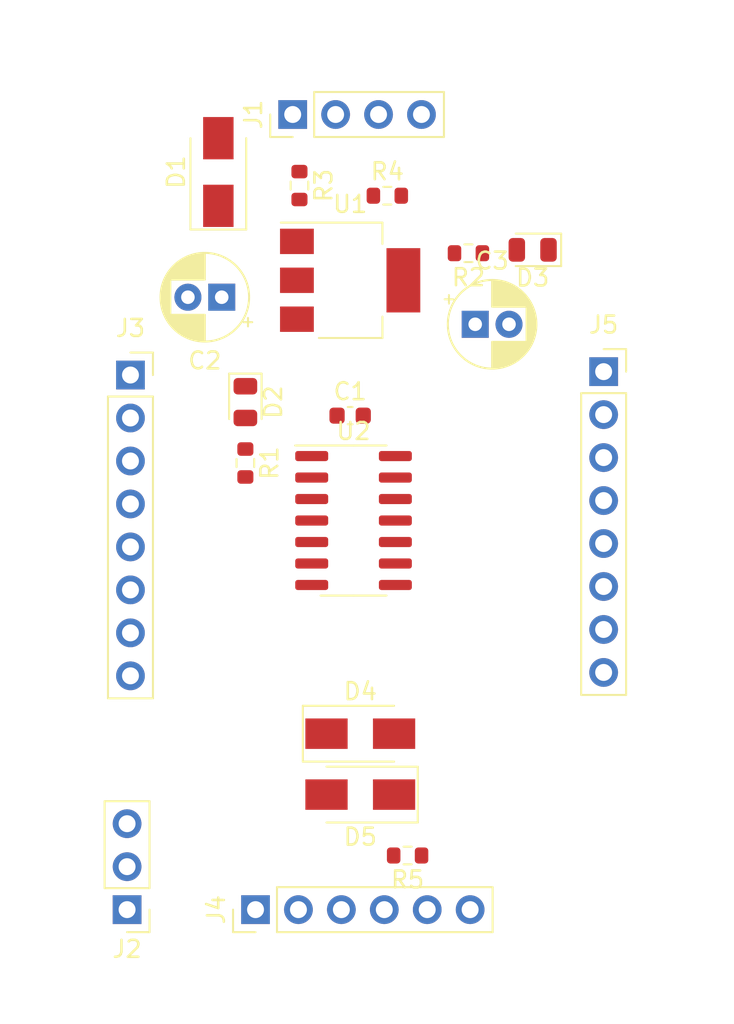
<source format=kicad_pcb>
(kicad_pcb (version 20171130) (host pcbnew 5.1.9-73d0e3b20d~88~ubuntu20.04.1)

  (general
    (thickness 1.6)
    (drawings 0)
    (tracks 0)
    (zones 0)
    (modules 20)
    (nets 27)
  )

  (page A4)
  (layers
    (0 F.Cu signal)
    (31 B.Cu signal)
    (32 B.Adhes user)
    (33 F.Adhes user)
    (34 B.Paste user)
    (35 F.Paste user)
    (36 B.SilkS user)
    (37 F.SilkS user)
    (38 B.Mask user)
    (39 F.Mask user)
    (40 Dwgs.User user)
    (41 Cmts.User user)
    (42 Eco1.User user)
    (43 Eco2.User user)
    (44 Edge.Cuts user)
    (45 Margin user)
    (46 B.CrtYd user)
    (47 F.CrtYd user)
    (48 B.Fab user)
    (49 F.Fab user)
  )

  (setup
    (last_trace_width 0.25)
    (trace_clearance 0.2)
    (zone_clearance 0.508)
    (zone_45_only no)
    (trace_min 0.2)
    (via_size 0.8)
    (via_drill 0.4)
    (via_min_size 0.4)
    (via_min_drill 0.3)
    (uvia_size 0.3)
    (uvia_drill 0.1)
    (uvias_allowed no)
    (uvia_min_size 0.2)
    (uvia_min_drill 0.1)
    (edge_width 0.05)
    (segment_width 0.2)
    (pcb_text_width 0.3)
    (pcb_text_size 1.5 1.5)
    (mod_edge_width 0.12)
    (mod_text_size 1 1)
    (mod_text_width 0.15)
    (pad_size 1.524 1.524)
    (pad_drill 0.762)
    (pad_to_mask_clearance 0)
    (aux_axis_origin 0 0)
    (visible_elements FFFFFF7F)
    (pcbplotparams
      (layerselection 0x010fc_ffffffff)
      (usegerberextensions false)
      (usegerberattributes true)
      (usegerberadvancedattributes true)
      (creategerberjobfile true)
      (excludeedgelayer true)
      (linewidth 0.100000)
      (plotframeref false)
      (viasonmask false)
      (mode 1)
      (useauxorigin false)
      (hpglpennumber 1)
      (hpglpenspeed 20)
      (hpglpendiameter 15.000000)
      (psnegative false)
      (psa4output false)
      (plotreference true)
      (plotvalue true)
      (plotinvisibletext false)
      (padsonsilk false)
      (subtractmaskfromsilk false)
      (outputformat 1)
      (mirror false)
      (drillshape 1)
      (scaleselection 1)
      (outputdirectory ""))
  )

  (net 0 "")
  (net 1 GND)
  (net 2 "Net-(C1-Pad1)")
  (net 3 "Net-(C2-Pad1)")
  (net 4 "Net-(D1-Pad2)")
  (net 5 "Net-(D2-Pad2)")
  (net 6 "Net-(D3-Pad2)")
  (net 7 "Net-(D4-Pad2)")
  (net 8 "Net-(D5-Pad2)")
  (net 9 "Net-(J2-Pad3)")
  (net 10 "Net-(J3-Pad8)")
  (net 11 "Net-(J3-Pad7)")
  (net 12 "Net-(J3-Pad6)")
  (net 13 "Net-(J3-Pad5)")
  (net 14 "Net-(J3-Pad4)")
  (net 15 "Net-(J3-Pad3)")
  (net 16 "Net-(J4-Pad6)")
  (net 17 "Net-(J4-Pad4)")
  (net 18 "Net-(J4-Pad2)")
  (net 19 "Net-(J5-Pad8)")
  (net 20 "Net-(J5-Pad7)")
  (net 21 "Net-(J5-Pad5)")
  (net 22 "Net-(J5-Pad4)")
  (net 23 "Net-(J5-Pad3)")
  (net 24 "Net-(J5-Pad2)")
  (net 25 "Net-(J5-Pad1)")
  (net 26 "Net-(R3-Pad2)")

  (net_class Default "This is the default net class."
    (clearance 0.2)
    (trace_width 0.25)
    (via_dia 0.8)
    (via_drill 0.4)
    (uvia_dia 0.3)
    (uvia_drill 0.1)
    (add_net GND)
    (add_net "Net-(C1-Pad1)")
    (add_net "Net-(C2-Pad1)")
    (add_net "Net-(D1-Pad2)")
    (add_net "Net-(D2-Pad2)")
    (add_net "Net-(D3-Pad2)")
    (add_net "Net-(D4-Pad2)")
    (add_net "Net-(D5-Pad2)")
    (add_net "Net-(J2-Pad3)")
    (add_net "Net-(J3-Pad3)")
    (add_net "Net-(J3-Pad4)")
    (add_net "Net-(J3-Pad5)")
    (add_net "Net-(J3-Pad6)")
    (add_net "Net-(J3-Pad7)")
    (add_net "Net-(J3-Pad8)")
    (add_net "Net-(J4-Pad2)")
    (add_net "Net-(J4-Pad4)")
    (add_net "Net-(J4-Pad6)")
    (add_net "Net-(J5-Pad1)")
    (add_net "Net-(J5-Pad2)")
    (add_net "Net-(J5-Pad3)")
    (add_net "Net-(J5-Pad4)")
    (add_net "Net-(J5-Pad5)")
    (add_net "Net-(J5-Pad7)")
    (add_net "Net-(J5-Pad8)")
    (add_net "Net-(R3-Pad2)")
  )

  (module Diode_SMD:D_SMA (layer F.Cu) (tedit 586432E5) (tstamp 603193C0)
    (at 105.6 102.6 180)
    (descr "Diode SMA (DO-214AC)")
    (tags "Diode SMA (DO-214AC)")
    (path /61D93DCD)
    (attr smd)
    (fp_text reference D5 (at 0 -2.5) (layer F.SilkS)
      (effects (font (size 1 1) (thickness 0.15)))
    )
    (fp_text value D (at 0 2.6) (layer F.Fab)
      (effects (font (size 1 1) (thickness 0.15)))
    )
    (fp_text user %R (at 0 -2.5) (layer F.Fab)
      (effects (font (size 1 1) (thickness 0.15)))
    )
    (fp_line (start -3.4 -1.65) (end -3.4 1.65) (layer F.SilkS) (width 0.12))
    (fp_line (start 2.3 1.5) (end -2.3 1.5) (layer F.Fab) (width 0.1))
    (fp_line (start -2.3 1.5) (end -2.3 -1.5) (layer F.Fab) (width 0.1))
    (fp_line (start 2.3 -1.5) (end 2.3 1.5) (layer F.Fab) (width 0.1))
    (fp_line (start 2.3 -1.5) (end -2.3 -1.5) (layer F.Fab) (width 0.1))
    (fp_line (start -3.5 -1.75) (end 3.5 -1.75) (layer F.CrtYd) (width 0.05))
    (fp_line (start 3.5 -1.75) (end 3.5 1.75) (layer F.CrtYd) (width 0.05))
    (fp_line (start 3.5 1.75) (end -3.5 1.75) (layer F.CrtYd) (width 0.05))
    (fp_line (start -3.5 1.75) (end -3.5 -1.75) (layer F.CrtYd) (width 0.05))
    (fp_line (start -0.64944 0.00102) (end -1.55114 0.00102) (layer F.Fab) (width 0.1))
    (fp_line (start 0.50118 0.00102) (end 1.4994 0.00102) (layer F.Fab) (width 0.1))
    (fp_line (start -0.64944 -0.79908) (end -0.64944 0.80112) (layer F.Fab) (width 0.1))
    (fp_line (start 0.50118 0.75032) (end 0.50118 -0.79908) (layer F.Fab) (width 0.1))
    (fp_line (start -0.64944 0.00102) (end 0.50118 0.75032) (layer F.Fab) (width 0.1))
    (fp_line (start -0.64944 0.00102) (end 0.50118 -0.79908) (layer F.Fab) (width 0.1))
    (fp_line (start -3.4 1.65) (end 2 1.65) (layer F.SilkS) (width 0.12))
    (fp_line (start -3.4 -1.65) (end 2 -1.65) (layer F.SilkS) (width 0.12))
    (pad 2 smd rect (at 2 0 180) (size 2.5 1.8) (layers F.Cu F.Paste F.Mask)
      (net 8 "Net-(D5-Pad2)"))
    (pad 1 smd rect (at -2 0 180) (size 2.5 1.8) (layers F.Cu F.Paste F.Mask)
      (net 7 "Net-(D4-Pad2)"))
    (model ${KISYS3DMOD}/Diode_SMD.3dshapes/D_SMA.wrl
      (at (xyz 0 0 0))
      (scale (xyz 1 1 1))
      (rotate (xyz 0 0 0))
    )
  )

  (module Diode_SMD:D_SMA (layer F.Cu) (tedit 586432E5) (tstamp 603193A8)
    (at 105.6 99)
    (descr "Diode SMA (DO-214AC)")
    (tags "Diode SMA (DO-214AC)")
    (path /61D964C9)
    (attr smd)
    (fp_text reference D4 (at 0 -2.5) (layer F.SilkS)
      (effects (font (size 1 1) (thickness 0.15)))
    )
    (fp_text value D (at 0 2.6) (layer F.Fab)
      (effects (font (size 1 1) (thickness 0.15)))
    )
    (fp_text user %R (at 0 -2.5) (layer F.Fab)
      (effects (font (size 1 1) (thickness 0.15)))
    )
    (fp_line (start -3.4 -1.65) (end -3.4 1.65) (layer F.SilkS) (width 0.12))
    (fp_line (start 2.3 1.5) (end -2.3 1.5) (layer F.Fab) (width 0.1))
    (fp_line (start -2.3 1.5) (end -2.3 -1.5) (layer F.Fab) (width 0.1))
    (fp_line (start 2.3 -1.5) (end 2.3 1.5) (layer F.Fab) (width 0.1))
    (fp_line (start 2.3 -1.5) (end -2.3 -1.5) (layer F.Fab) (width 0.1))
    (fp_line (start -3.5 -1.75) (end 3.5 -1.75) (layer F.CrtYd) (width 0.05))
    (fp_line (start 3.5 -1.75) (end 3.5 1.75) (layer F.CrtYd) (width 0.05))
    (fp_line (start 3.5 1.75) (end -3.5 1.75) (layer F.CrtYd) (width 0.05))
    (fp_line (start -3.5 1.75) (end -3.5 -1.75) (layer F.CrtYd) (width 0.05))
    (fp_line (start -0.64944 0.00102) (end -1.55114 0.00102) (layer F.Fab) (width 0.1))
    (fp_line (start 0.50118 0.00102) (end 1.4994 0.00102) (layer F.Fab) (width 0.1))
    (fp_line (start -0.64944 -0.79908) (end -0.64944 0.80112) (layer F.Fab) (width 0.1))
    (fp_line (start 0.50118 0.75032) (end 0.50118 -0.79908) (layer F.Fab) (width 0.1))
    (fp_line (start -0.64944 0.00102) (end 0.50118 0.75032) (layer F.Fab) (width 0.1))
    (fp_line (start -0.64944 0.00102) (end 0.50118 -0.79908) (layer F.Fab) (width 0.1))
    (fp_line (start -3.4 1.65) (end 2 1.65) (layer F.SilkS) (width 0.12))
    (fp_line (start -3.4 -1.65) (end 2 -1.65) (layer F.SilkS) (width 0.12))
    (pad 2 smd rect (at 2 0) (size 2.5 1.8) (layers F.Cu F.Paste F.Mask)
      (net 7 "Net-(D4-Pad2)"))
    (pad 1 smd rect (at -2 0) (size 2.5 1.8) (layers F.Cu F.Paste F.Mask)
      (net 2 "Net-(C1-Pad1)"))
    (model ${KISYS3DMOD}/Diode_SMD.3dshapes/D_SMA.wrl
      (at (xyz 0 0 0))
      (scale (xyz 1 1 1))
      (rotate (xyz 0 0 0))
    )
  )

  (module Diode_SMD:D_SMA (layer F.Cu) (tedit 586432E5) (tstamp 60319348)
    (at 97.2 65.8 90)
    (descr "Diode SMA (DO-214AC)")
    (tags "Diode SMA (DO-214AC)")
    (path /6158F87F)
    (attr smd)
    (fp_text reference D1 (at 0 -2.5 90) (layer F.SilkS)
      (effects (font (size 1 1) (thickness 0.15)))
    )
    (fp_text value "standard diode" (at 0 2.6 90) (layer F.Fab)
      (effects (font (size 1 1) (thickness 0.15)))
    )
    (fp_text user %R (at 0 -2.5 90) (layer F.Fab)
      (effects (font (size 1 1) (thickness 0.15)))
    )
    (fp_line (start -3.4 -1.65) (end -3.4 1.65) (layer F.SilkS) (width 0.12))
    (fp_line (start 2.3 1.5) (end -2.3 1.5) (layer F.Fab) (width 0.1))
    (fp_line (start -2.3 1.5) (end -2.3 -1.5) (layer F.Fab) (width 0.1))
    (fp_line (start 2.3 -1.5) (end 2.3 1.5) (layer F.Fab) (width 0.1))
    (fp_line (start 2.3 -1.5) (end -2.3 -1.5) (layer F.Fab) (width 0.1))
    (fp_line (start -3.5 -1.75) (end 3.5 -1.75) (layer F.CrtYd) (width 0.05))
    (fp_line (start 3.5 -1.75) (end 3.5 1.75) (layer F.CrtYd) (width 0.05))
    (fp_line (start 3.5 1.75) (end -3.5 1.75) (layer F.CrtYd) (width 0.05))
    (fp_line (start -3.5 1.75) (end -3.5 -1.75) (layer F.CrtYd) (width 0.05))
    (fp_line (start -0.64944 0.00102) (end -1.55114 0.00102) (layer F.Fab) (width 0.1))
    (fp_line (start 0.50118 0.00102) (end 1.4994 0.00102) (layer F.Fab) (width 0.1))
    (fp_line (start -0.64944 -0.79908) (end -0.64944 0.80112) (layer F.Fab) (width 0.1))
    (fp_line (start 0.50118 0.75032) (end 0.50118 -0.79908) (layer F.Fab) (width 0.1))
    (fp_line (start -0.64944 0.00102) (end 0.50118 0.75032) (layer F.Fab) (width 0.1))
    (fp_line (start -0.64944 0.00102) (end 0.50118 -0.79908) (layer F.Fab) (width 0.1))
    (fp_line (start -3.4 1.65) (end 2 1.65) (layer F.SilkS) (width 0.12))
    (fp_line (start -3.4 -1.65) (end 2 -1.65) (layer F.SilkS) (width 0.12))
    (pad 2 smd rect (at 2 0 90) (size 2.5 1.8) (layers F.Cu F.Paste F.Mask)
      (net 4 "Net-(D1-Pad2)"))
    (pad 1 smd rect (at -2 0 90) (size 2.5 1.8) (layers F.Cu F.Paste F.Mask)
      (net 3 "Net-(C2-Pad1)"))
    (model ${KISYS3DMOD}/Diode_SMD.3dshapes/D_SMA.wrl
      (at (xyz 0 0 0))
      (scale (xyz 1 1 1))
      (rotate (xyz 0 0 0))
    )
  )

  (module Package_SO:SOIC-14_3.9x8.7mm_P1.27mm (layer F.Cu) (tedit 5D9F72B1) (tstamp 60316EC1)
    (at 105.2 86.4)
    (descr "SOIC, 14 Pin (JEDEC MS-012AB, https://www.analog.com/media/en/package-pcb-resources/package/pkg_pdf/soic_narrow-r/r_14.pdf), generated with kicad-footprint-generator ipc_gullwing_generator.py")
    (tags "SOIC SO")
    (path /5FBFABC0)
    (attr smd)
    (fp_text reference U2 (at 0 -5.28) (layer F.SilkS)
      (effects (font (size 1 1) (thickness 0.15)))
    )
    (fp_text value ATtiny214-SS (at 0 5.28) (layer F.Fab)
      (effects (font (size 1 1) (thickness 0.15)))
    )
    (fp_text user %R (at 0 0) (layer F.Fab)
      (effects (font (size 0.98 0.98) (thickness 0.15)))
    )
    (fp_line (start 0 4.435) (end 1.95 4.435) (layer F.SilkS) (width 0.12))
    (fp_line (start 0 4.435) (end -1.95 4.435) (layer F.SilkS) (width 0.12))
    (fp_line (start 0 -4.435) (end 1.95 -4.435) (layer F.SilkS) (width 0.12))
    (fp_line (start 0 -4.435) (end -3.45 -4.435) (layer F.SilkS) (width 0.12))
    (fp_line (start -0.975 -4.325) (end 1.95 -4.325) (layer F.Fab) (width 0.1))
    (fp_line (start 1.95 -4.325) (end 1.95 4.325) (layer F.Fab) (width 0.1))
    (fp_line (start 1.95 4.325) (end -1.95 4.325) (layer F.Fab) (width 0.1))
    (fp_line (start -1.95 4.325) (end -1.95 -3.35) (layer F.Fab) (width 0.1))
    (fp_line (start -1.95 -3.35) (end -0.975 -4.325) (layer F.Fab) (width 0.1))
    (fp_line (start -3.7 -4.58) (end -3.7 4.58) (layer F.CrtYd) (width 0.05))
    (fp_line (start -3.7 4.58) (end 3.7 4.58) (layer F.CrtYd) (width 0.05))
    (fp_line (start 3.7 4.58) (end 3.7 -4.58) (layer F.CrtYd) (width 0.05))
    (fp_line (start 3.7 -4.58) (end -3.7 -4.58) (layer F.CrtYd) (width 0.05))
    (pad 14 smd roundrect (at 2.475 -3.81) (size 1.95 0.6) (layers F.Cu F.Paste F.Mask) (roundrect_rratio 0.25)
      (net 1 GND))
    (pad 13 smd roundrect (at 2.475 -2.54) (size 1.95 0.6) (layers F.Cu F.Paste F.Mask) (roundrect_rratio 0.25)
      (net 23 "Net-(J5-Pad3)"))
    (pad 12 smd roundrect (at 2.475 -1.27) (size 1.95 0.6) (layers F.Cu F.Paste F.Mask) (roundrect_rratio 0.25)
      (net 22 "Net-(J5-Pad4)"))
    (pad 11 smd roundrect (at 2.475 0) (size 1.95 0.6) (layers F.Cu F.Paste F.Mask) (roundrect_rratio 0.25)
      (net 21 "Net-(J5-Pad5)"))
    (pad 10 smd roundrect (at 2.475 1.27) (size 1.95 0.6) (layers F.Cu F.Paste F.Mask) (roundrect_rratio 0.25)
      (net 9 "Net-(J2-Pad3)"))
    (pad 9 smd roundrect (at 2.475 2.54) (size 1.95 0.6) (layers F.Cu F.Paste F.Mask) (roundrect_rratio 0.25)
      (net 20 "Net-(J5-Pad7)"))
    (pad 8 smd roundrect (at 2.475 3.81) (size 1.95 0.6) (layers F.Cu F.Paste F.Mask) (roundrect_rratio 0.25)
      (net 19 "Net-(J5-Pad8)"))
    (pad 7 smd roundrect (at -2.475 3.81) (size 1.95 0.6) (layers F.Cu F.Paste F.Mask) (roundrect_rratio 0.25)
      (net 10 "Net-(J3-Pad8)"))
    (pad 6 smd roundrect (at -2.475 2.54) (size 1.95 0.6) (layers F.Cu F.Paste F.Mask) (roundrect_rratio 0.25)
      (net 11 "Net-(J3-Pad7)"))
    (pad 5 smd roundrect (at -2.475 1.27) (size 1.95 0.6) (layers F.Cu F.Paste F.Mask) (roundrect_rratio 0.25)
      (net 12 "Net-(J3-Pad6)"))
    (pad 4 smd roundrect (at -2.475 0) (size 1.95 0.6) (layers F.Cu F.Paste F.Mask) (roundrect_rratio 0.25)
      (net 13 "Net-(J3-Pad5)"))
    (pad 3 smd roundrect (at -2.475 -1.27) (size 1.95 0.6) (layers F.Cu F.Paste F.Mask) (roundrect_rratio 0.25)
      (net 14 "Net-(J3-Pad4)"))
    (pad 2 smd roundrect (at -2.475 -2.54) (size 1.95 0.6) (layers F.Cu F.Paste F.Mask) (roundrect_rratio 0.25)
      (net 15 "Net-(J3-Pad3)"))
    (pad 1 smd roundrect (at -2.475 -3.81) (size 1.95 0.6) (layers F.Cu F.Paste F.Mask) (roundrect_rratio 0.25)
      (net 2 "Net-(C1-Pad1)"))
    (model ${KISYS3DMOD}/Package_SO.3dshapes/SOIC-14_3.9x8.7mm_P1.27mm.wrl
      (at (xyz 0 0 0))
      (scale (xyz 1 1 1))
      (rotate (xyz 0 0 0))
    )
  )

  (module Package_TO_SOT_SMD:SOT-223-3_TabPin2 (layer F.Cu) (tedit 5A02FF57) (tstamp 60316EA1)
    (at 105 72.2)
    (descr "module CMS SOT223 4 pins")
    (tags "CMS SOT")
    (path /5FED1A60)
    (attr smd)
    (fp_text reference U1 (at 0 -4.5) (layer F.SilkS)
      (effects (font (size 1 1) (thickness 0.15)))
    )
    (fp_text value LM317_SOT-223 (at 0 4.5) (layer F.Fab)
      (effects (font (size 1 1) (thickness 0.15)))
    )
    (fp_text user %R (at 0 0 90) (layer F.Fab)
      (effects (font (size 0.8 0.8) (thickness 0.12)))
    )
    (fp_line (start 1.91 3.41) (end 1.91 2.15) (layer F.SilkS) (width 0.12))
    (fp_line (start 1.91 -3.41) (end 1.91 -2.15) (layer F.SilkS) (width 0.12))
    (fp_line (start 4.4 -3.6) (end -4.4 -3.6) (layer F.CrtYd) (width 0.05))
    (fp_line (start 4.4 3.6) (end 4.4 -3.6) (layer F.CrtYd) (width 0.05))
    (fp_line (start -4.4 3.6) (end 4.4 3.6) (layer F.CrtYd) (width 0.05))
    (fp_line (start -4.4 -3.6) (end -4.4 3.6) (layer F.CrtYd) (width 0.05))
    (fp_line (start -1.85 -2.35) (end -0.85 -3.35) (layer F.Fab) (width 0.1))
    (fp_line (start -1.85 -2.35) (end -1.85 3.35) (layer F.Fab) (width 0.1))
    (fp_line (start -1.85 3.41) (end 1.91 3.41) (layer F.SilkS) (width 0.12))
    (fp_line (start -0.85 -3.35) (end 1.85 -3.35) (layer F.Fab) (width 0.1))
    (fp_line (start -4.1 -3.41) (end 1.91 -3.41) (layer F.SilkS) (width 0.12))
    (fp_line (start -1.85 3.35) (end 1.85 3.35) (layer F.Fab) (width 0.1))
    (fp_line (start 1.85 -3.35) (end 1.85 3.35) (layer F.Fab) (width 0.1))
    (pad 1 smd rect (at -3.15 -2.3) (size 2 1.5) (layers F.Cu F.Paste F.Mask)
      (net 26 "Net-(R3-Pad2)"))
    (pad 3 smd rect (at -3.15 2.3) (size 2 1.5) (layers F.Cu F.Paste F.Mask)
      (net 3 "Net-(C2-Pad1)"))
    (pad 2 smd rect (at -3.15 0) (size 2 1.5) (layers F.Cu F.Paste F.Mask)
      (net 2 "Net-(C1-Pad1)"))
    (pad 2 smd rect (at 3.15 0) (size 2 3.8) (layers F.Cu F.Paste F.Mask)
      (net 2 "Net-(C1-Pad1)"))
    (model ${KISYS3DMOD}/Package_TO_SOT_SMD.3dshapes/SOT-223.wrl
      (at (xyz 0 0 0))
      (scale (xyz 1 1 1))
      (rotate (xyz 0 0 0))
    )
  )

  (module Resistor_SMD:R_0603_1608Metric (layer F.Cu) (tedit 5F68FEEE) (tstamp 60316E8B)
    (at 108.4 106.2 180)
    (descr "Resistor SMD 0603 (1608 Metric), square (rectangular) end terminal, IPC_7351 nominal, (Body size source: IPC-SM-782 page 72, https://www.pcb-3d.com/wordpress/wp-content/uploads/ipc-sm-782a_amendment_1_and_2.pdf), generated with kicad-footprint-generator")
    (tags resistor)
    (path /61CBF25C)
    (attr smd)
    (fp_text reference R5 (at 0 -1.43) (layer F.SilkS)
      (effects (font (size 1 1) (thickness 0.15)))
    )
    (fp_text value 4k7 (at 0 1.43) (layer F.Fab)
      (effects (font (size 1 1) (thickness 0.15)))
    )
    (fp_text user %R (at 0 0) (layer F.Fab)
      (effects (font (size 0.4 0.4) (thickness 0.06)))
    )
    (fp_line (start -0.8 0.4125) (end -0.8 -0.4125) (layer F.Fab) (width 0.1))
    (fp_line (start -0.8 -0.4125) (end 0.8 -0.4125) (layer F.Fab) (width 0.1))
    (fp_line (start 0.8 -0.4125) (end 0.8 0.4125) (layer F.Fab) (width 0.1))
    (fp_line (start 0.8 0.4125) (end -0.8 0.4125) (layer F.Fab) (width 0.1))
    (fp_line (start -0.237258 -0.5225) (end 0.237258 -0.5225) (layer F.SilkS) (width 0.12))
    (fp_line (start -0.237258 0.5225) (end 0.237258 0.5225) (layer F.SilkS) (width 0.12))
    (fp_line (start -1.48 0.73) (end -1.48 -0.73) (layer F.CrtYd) (width 0.05))
    (fp_line (start -1.48 -0.73) (end 1.48 -0.73) (layer F.CrtYd) (width 0.05))
    (fp_line (start 1.48 -0.73) (end 1.48 0.73) (layer F.CrtYd) (width 0.05))
    (fp_line (start 1.48 0.73) (end -1.48 0.73) (layer F.CrtYd) (width 0.05))
    (pad 2 smd roundrect (at 0.825 0 180) (size 0.8 0.95) (layers F.Cu F.Paste F.Mask) (roundrect_rratio 0.25)
      (net 17 "Net-(J4-Pad4)"))
    (pad 1 smd roundrect (at -0.825 0 180) (size 0.8 0.95) (layers F.Cu F.Paste F.Mask) (roundrect_rratio 0.25)
      (net 9 "Net-(J2-Pad3)"))
    (model ${KISYS3DMOD}/Resistor_SMD.3dshapes/R_0603_1608Metric.wrl
      (at (xyz 0 0 0))
      (scale (xyz 1 1 1))
      (rotate (xyz 0 0 0))
    )
  )

  (module Resistor_SMD:R_0603_1608Metric (layer F.Cu) (tedit 5F68FEEE) (tstamp 60316E7A)
    (at 107.2 67.2)
    (descr "Resistor SMD 0603 (1608 Metric), square (rectangular) end terminal, IPC_7351 nominal, (Body size source: IPC-SM-782 page 72, https://www.pcb-3d.com/wordpress/wp-content/uploads/ipc-sm-782a_amendment_1_and_2.pdf), generated with kicad-footprint-generator")
    (tags resistor)
    (path /5FED3549)
    (attr smd)
    (fp_text reference R4 (at 0 -1.43) (layer F.SilkS)
      (effects (font (size 1 1) (thickness 0.15)))
    )
    (fp_text value 560 (at 0 1.43) (layer F.Fab)
      (effects (font (size 1 1) (thickness 0.15)))
    )
    (fp_text user %R (at 0 0) (layer F.Fab)
      (effects (font (size 0.4 0.4) (thickness 0.06)))
    )
    (fp_line (start -0.8 0.4125) (end -0.8 -0.4125) (layer F.Fab) (width 0.1))
    (fp_line (start -0.8 -0.4125) (end 0.8 -0.4125) (layer F.Fab) (width 0.1))
    (fp_line (start 0.8 -0.4125) (end 0.8 0.4125) (layer F.Fab) (width 0.1))
    (fp_line (start 0.8 0.4125) (end -0.8 0.4125) (layer F.Fab) (width 0.1))
    (fp_line (start -0.237258 -0.5225) (end 0.237258 -0.5225) (layer F.SilkS) (width 0.12))
    (fp_line (start -0.237258 0.5225) (end 0.237258 0.5225) (layer F.SilkS) (width 0.12))
    (fp_line (start -1.48 0.73) (end -1.48 -0.73) (layer F.CrtYd) (width 0.05))
    (fp_line (start -1.48 -0.73) (end 1.48 -0.73) (layer F.CrtYd) (width 0.05))
    (fp_line (start 1.48 -0.73) (end 1.48 0.73) (layer F.CrtYd) (width 0.05))
    (fp_line (start 1.48 0.73) (end -1.48 0.73) (layer F.CrtYd) (width 0.05))
    (pad 2 smd roundrect (at 0.825 0) (size 0.8 0.95) (layers F.Cu F.Paste F.Mask) (roundrect_rratio 0.25)
      (net 2 "Net-(C1-Pad1)"))
    (pad 1 smd roundrect (at -0.825 0) (size 0.8 0.95) (layers F.Cu F.Paste F.Mask) (roundrect_rratio 0.25)
      (net 26 "Net-(R3-Pad2)"))
    (model ${KISYS3DMOD}/Resistor_SMD.3dshapes/R_0603_1608Metric.wrl
      (at (xyz 0 0 0))
      (scale (xyz 1 1 1))
      (rotate (xyz 0 0 0))
    )
  )

  (module Resistor_SMD:R_0603_1608Metric (layer F.Cu) (tedit 5F68FEEE) (tstamp 60316E69)
    (at 102 66.6 270)
    (descr "Resistor SMD 0603 (1608 Metric), square (rectangular) end terminal, IPC_7351 nominal, (Body size source: IPC-SM-782 page 72, https://www.pcb-3d.com/wordpress/wp-content/uploads/ipc-sm-782a_amendment_1_and_2.pdf), generated with kicad-footprint-generator")
    (tags resistor)
    (path /5FED4453)
    (attr smd)
    (fp_text reference R3 (at 0 -1.43 90) (layer F.SilkS)
      (effects (font (size 1 1) (thickness 0.15)))
    )
    (fp_text value 1k (at 0 1.43 90) (layer F.Fab)
      (effects (font (size 1 1) (thickness 0.15)))
    )
    (fp_text user %R (at 0 0 90) (layer F.Fab)
      (effects (font (size 0.4 0.4) (thickness 0.06)))
    )
    (fp_line (start -0.8 0.4125) (end -0.8 -0.4125) (layer F.Fab) (width 0.1))
    (fp_line (start -0.8 -0.4125) (end 0.8 -0.4125) (layer F.Fab) (width 0.1))
    (fp_line (start 0.8 -0.4125) (end 0.8 0.4125) (layer F.Fab) (width 0.1))
    (fp_line (start 0.8 0.4125) (end -0.8 0.4125) (layer F.Fab) (width 0.1))
    (fp_line (start -0.237258 -0.5225) (end 0.237258 -0.5225) (layer F.SilkS) (width 0.12))
    (fp_line (start -0.237258 0.5225) (end 0.237258 0.5225) (layer F.SilkS) (width 0.12))
    (fp_line (start -1.48 0.73) (end -1.48 -0.73) (layer F.CrtYd) (width 0.05))
    (fp_line (start -1.48 -0.73) (end 1.48 -0.73) (layer F.CrtYd) (width 0.05))
    (fp_line (start 1.48 -0.73) (end 1.48 0.73) (layer F.CrtYd) (width 0.05))
    (fp_line (start 1.48 0.73) (end -1.48 0.73) (layer F.CrtYd) (width 0.05))
    (pad 2 smd roundrect (at 0.825 0 270) (size 0.8 0.95) (layers F.Cu F.Paste F.Mask) (roundrect_rratio 0.25)
      (net 26 "Net-(R3-Pad2)"))
    (pad 1 smd roundrect (at -0.825 0 270) (size 0.8 0.95) (layers F.Cu F.Paste F.Mask) (roundrect_rratio 0.25)
      (net 1 GND))
    (model ${KISYS3DMOD}/Resistor_SMD.3dshapes/R_0603_1608Metric.wrl
      (at (xyz 0 0 0))
      (scale (xyz 1 1 1))
      (rotate (xyz 0 0 0))
    )
  )

  (module Resistor_SMD:R_0603_1608Metric (layer F.Cu) (tedit 5F68FEEE) (tstamp 60316E58)
    (at 112 70.6 180)
    (descr "Resistor SMD 0603 (1608 Metric), square (rectangular) end terminal, IPC_7351 nominal, (Body size source: IPC-SM-782 page 72, https://www.pcb-3d.com/wordpress/wp-content/uploads/ipc-sm-782a_amendment_1_and_2.pdf), generated with kicad-footprint-generator")
    (tags resistor)
    (path /615A88BD)
    (attr smd)
    (fp_text reference R2 (at 0 -1.43) (layer F.SilkS)
      (effects (font (size 1 1) (thickness 0.15)))
    )
    (fp_text value 560 (at 0 1.43) (layer F.Fab)
      (effects (font (size 1 1) (thickness 0.15)))
    )
    (fp_text user %R (at 0 0) (layer F.Fab)
      (effects (font (size 0.4 0.4) (thickness 0.06)))
    )
    (fp_line (start -0.8 0.4125) (end -0.8 -0.4125) (layer F.Fab) (width 0.1))
    (fp_line (start -0.8 -0.4125) (end 0.8 -0.4125) (layer F.Fab) (width 0.1))
    (fp_line (start 0.8 -0.4125) (end 0.8 0.4125) (layer F.Fab) (width 0.1))
    (fp_line (start 0.8 0.4125) (end -0.8 0.4125) (layer F.Fab) (width 0.1))
    (fp_line (start -0.237258 -0.5225) (end 0.237258 -0.5225) (layer F.SilkS) (width 0.12))
    (fp_line (start -0.237258 0.5225) (end 0.237258 0.5225) (layer F.SilkS) (width 0.12))
    (fp_line (start -1.48 0.73) (end -1.48 -0.73) (layer F.CrtYd) (width 0.05))
    (fp_line (start -1.48 -0.73) (end 1.48 -0.73) (layer F.CrtYd) (width 0.05))
    (fp_line (start 1.48 -0.73) (end 1.48 0.73) (layer F.CrtYd) (width 0.05))
    (fp_line (start 1.48 0.73) (end -1.48 0.73) (layer F.CrtYd) (width 0.05))
    (pad 2 smd roundrect (at 0.825 0 180) (size 0.8 0.95) (layers F.Cu F.Paste F.Mask) (roundrect_rratio 0.25)
      (net 2 "Net-(C1-Pad1)"))
    (pad 1 smd roundrect (at -0.825 0 180) (size 0.8 0.95) (layers F.Cu F.Paste F.Mask) (roundrect_rratio 0.25)
      (net 6 "Net-(D3-Pad2)"))
    (model ${KISYS3DMOD}/Resistor_SMD.3dshapes/R_0603_1608Metric.wrl
      (at (xyz 0 0 0))
      (scale (xyz 1 1 1))
      (rotate (xyz 0 0 0))
    )
  )

  (module Resistor_SMD:R_0603_1608Metric (layer F.Cu) (tedit 5F68FEEE) (tstamp 60316E47)
    (at 98.8 83 270)
    (descr "Resistor SMD 0603 (1608 Metric), square (rectangular) end terminal, IPC_7351 nominal, (Body size source: IPC-SM-782 page 72, https://www.pcb-3d.com/wordpress/wp-content/uploads/ipc-sm-782a_amendment_1_and_2.pdf), generated with kicad-footprint-generator")
    (tags resistor)
    (path /61D4DB97)
    (attr smd)
    (fp_text reference R1 (at 0 -1.43 90) (layer F.SilkS)
      (effects (font (size 1 1) (thickness 0.15)))
    )
    (fp_text value 560 (at 0 1.43 90) (layer F.Fab)
      (effects (font (size 1 1) (thickness 0.15)))
    )
    (fp_text user %R (at 0 0 90) (layer F.Fab)
      (effects (font (size 0.4 0.4) (thickness 0.06)))
    )
    (fp_line (start -0.8 0.4125) (end -0.8 -0.4125) (layer F.Fab) (width 0.1))
    (fp_line (start -0.8 -0.4125) (end 0.8 -0.4125) (layer F.Fab) (width 0.1))
    (fp_line (start 0.8 -0.4125) (end 0.8 0.4125) (layer F.Fab) (width 0.1))
    (fp_line (start 0.8 0.4125) (end -0.8 0.4125) (layer F.Fab) (width 0.1))
    (fp_line (start -0.237258 -0.5225) (end 0.237258 -0.5225) (layer F.SilkS) (width 0.12))
    (fp_line (start -0.237258 0.5225) (end 0.237258 0.5225) (layer F.SilkS) (width 0.12))
    (fp_line (start -1.48 0.73) (end -1.48 -0.73) (layer F.CrtYd) (width 0.05))
    (fp_line (start -1.48 -0.73) (end 1.48 -0.73) (layer F.CrtYd) (width 0.05))
    (fp_line (start 1.48 -0.73) (end 1.48 0.73) (layer F.CrtYd) (width 0.05))
    (fp_line (start 1.48 0.73) (end -1.48 0.73) (layer F.CrtYd) (width 0.05))
    (pad 2 smd roundrect (at 0.825 0 270) (size 0.8 0.95) (layers F.Cu F.Paste F.Mask) (roundrect_rratio 0.25)
      (net 15 "Net-(J3-Pad3)"))
    (pad 1 smd roundrect (at -0.825 0 270) (size 0.8 0.95) (layers F.Cu F.Paste F.Mask) (roundrect_rratio 0.25)
      (net 5 "Net-(D2-Pad2)"))
    (model ${KISYS3DMOD}/Resistor_SMD.3dshapes/R_0603_1608Metric.wrl
      (at (xyz 0 0 0))
      (scale (xyz 1 1 1))
      (rotate (xyz 0 0 0))
    )
  )

  (module Connector_PinSocket_2.54mm:PinSocket_1x08_P2.54mm_Vertical (layer F.Cu) (tedit 5A19A420) (tstamp 60316E36)
    (at 120 77.6)
    (descr "Through hole straight socket strip, 1x08, 2.54mm pitch, single row (from Kicad 4.0.7), script generated")
    (tags "Through hole socket strip THT 1x08 2.54mm single row")
    (path /61D16C8D)
    (fp_text reference J5 (at 0 -2.77) (layer F.SilkS)
      (effects (font (size 1 1) (thickness 0.15)))
    )
    (fp_text value Conn_01x08_Female (at 0 20.55) (layer F.Fab)
      (effects (font (size 1 1) (thickness 0.15)))
    )
    (fp_text user %R (at 0 8.89 90) (layer F.Fab)
      (effects (font (size 1 1) (thickness 0.15)))
    )
    (fp_line (start -1.27 -1.27) (end 0.635 -1.27) (layer F.Fab) (width 0.1))
    (fp_line (start 0.635 -1.27) (end 1.27 -0.635) (layer F.Fab) (width 0.1))
    (fp_line (start 1.27 -0.635) (end 1.27 19.05) (layer F.Fab) (width 0.1))
    (fp_line (start 1.27 19.05) (end -1.27 19.05) (layer F.Fab) (width 0.1))
    (fp_line (start -1.27 19.05) (end -1.27 -1.27) (layer F.Fab) (width 0.1))
    (fp_line (start -1.33 1.27) (end 1.33 1.27) (layer F.SilkS) (width 0.12))
    (fp_line (start -1.33 1.27) (end -1.33 19.11) (layer F.SilkS) (width 0.12))
    (fp_line (start -1.33 19.11) (end 1.33 19.11) (layer F.SilkS) (width 0.12))
    (fp_line (start 1.33 1.27) (end 1.33 19.11) (layer F.SilkS) (width 0.12))
    (fp_line (start 1.33 -1.33) (end 1.33 0) (layer F.SilkS) (width 0.12))
    (fp_line (start 0 -1.33) (end 1.33 -1.33) (layer F.SilkS) (width 0.12))
    (fp_line (start -1.8 -1.8) (end 1.75 -1.8) (layer F.CrtYd) (width 0.05))
    (fp_line (start 1.75 -1.8) (end 1.75 19.55) (layer F.CrtYd) (width 0.05))
    (fp_line (start 1.75 19.55) (end -1.8 19.55) (layer F.CrtYd) (width 0.05))
    (fp_line (start -1.8 19.55) (end -1.8 -1.8) (layer F.CrtYd) (width 0.05))
    (pad 8 thru_hole oval (at 0 17.78) (size 1.7 1.7) (drill 1) (layers *.Cu *.Mask)
      (net 19 "Net-(J5-Pad8)"))
    (pad 7 thru_hole oval (at 0 15.24) (size 1.7 1.7) (drill 1) (layers *.Cu *.Mask)
      (net 20 "Net-(J5-Pad7)"))
    (pad 6 thru_hole oval (at 0 12.7) (size 1.7 1.7) (drill 1) (layers *.Cu *.Mask)
      (net 9 "Net-(J2-Pad3)"))
    (pad 5 thru_hole oval (at 0 10.16) (size 1.7 1.7) (drill 1) (layers *.Cu *.Mask)
      (net 21 "Net-(J5-Pad5)"))
    (pad 4 thru_hole oval (at 0 7.62) (size 1.7 1.7) (drill 1) (layers *.Cu *.Mask)
      (net 22 "Net-(J5-Pad4)"))
    (pad 3 thru_hole oval (at 0 5.08) (size 1.7 1.7) (drill 1) (layers *.Cu *.Mask)
      (net 23 "Net-(J5-Pad3)"))
    (pad 2 thru_hole oval (at 0 2.54) (size 1.7 1.7) (drill 1) (layers *.Cu *.Mask)
      (net 24 "Net-(J5-Pad2)"))
    (pad 1 thru_hole rect (at 0 0) (size 1.7 1.7) (drill 1) (layers *.Cu *.Mask)
      (net 25 "Net-(J5-Pad1)"))
    (model ${KISYS3DMOD}/Connector_PinSocket_2.54mm.3dshapes/PinSocket_1x08_P2.54mm_Vertical.wrl
      (at (xyz 0 0 0))
      (scale (xyz 1 1 1))
      (rotate (xyz 0 0 0))
    )
  )

  (module Connector_PinHeader_2.54mm:PinHeader_1x06_P2.54mm_Vertical (layer F.Cu) (tedit 59FED5CC) (tstamp 60316E1A)
    (at 99.4 109.4 90)
    (descr "Through hole straight pin header, 1x06, 2.54mm pitch, single row")
    (tags "Through hole pin header THT 1x06 2.54mm single row")
    (path /61CB50E5)
    (fp_text reference J4 (at 0 -2.33 90) (layer F.SilkS)
      (effects (font (size 1 1) (thickness 0.15)))
    )
    (fp_text value Conn_01x06_Male (at 0 15.03 90) (layer F.Fab)
      (effects (font (size 1 1) (thickness 0.15)))
    )
    (fp_text user %R (at 0 6.35) (layer F.Fab)
      (effects (font (size 1 1) (thickness 0.15)))
    )
    (fp_line (start -0.635 -1.27) (end 1.27 -1.27) (layer F.Fab) (width 0.1))
    (fp_line (start 1.27 -1.27) (end 1.27 13.97) (layer F.Fab) (width 0.1))
    (fp_line (start 1.27 13.97) (end -1.27 13.97) (layer F.Fab) (width 0.1))
    (fp_line (start -1.27 13.97) (end -1.27 -0.635) (layer F.Fab) (width 0.1))
    (fp_line (start -1.27 -0.635) (end -0.635 -1.27) (layer F.Fab) (width 0.1))
    (fp_line (start -1.33 14.03) (end 1.33 14.03) (layer F.SilkS) (width 0.12))
    (fp_line (start -1.33 1.27) (end -1.33 14.03) (layer F.SilkS) (width 0.12))
    (fp_line (start 1.33 1.27) (end 1.33 14.03) (layer F.SilkS) (width 0.12))
    (fp_line (start -1.33 1.27) (end 1.33 1.27) (layer F.SilkS) (width 0.12))
    (fp_line (start -1.33 0) (end -1.33 -1.33) (layer F.SilkS) (width 0.12))
    (fp_line (start -1.33 -1.33) (end 0 -1.33) (layer F.SilkS) (width 0.12))
    (fp_line (start -1.8 -1.8) (end -1.8 14.5) (layer F.CrtYd) (width 0.05))
    (fp_line (start -1.8 14.5) (end 1.8 14.5) (layer F.CrtYd) (width 0.05))
    (fp_line (start 1.8 14.5) (end 1.8 -1.8) (layer F.CrtYd) (width 0.05))
    (fp_line (start 1.8 -1.8) (end -1.8 -1.8) (layer F.CrtYd) (width 0.05))
    (pad 6 thru_hole oval (at 0 12.7 90) (size 1.7 1.7) (drill 1) (layers *.Cu *.Mask)
      (net 16 "Net-(J4-Pad6)"))
    (pad 5 thru_hole oval (at 0 10.16 90) (size 1.7 1.7) (drill 1) (layers *.Cu *.Mask)
      (net 9 "Net-(J2-Pad3)"))
    (pad 4 thru_hole oval (at 0 7.62 90) (size 1.7 1.7) (drill 1) (layers *.Cu *.Mask)
      (net 17 "Net-(J4-Pad4)"))
    (pad 3 thru_hole oval (at 0 5.08 90) (size 1.7 1.7) (drill 1) (layers *.Cu *.Mask)
      (net 8 "Net-(D5-Pad2)"))
    (pad 2 thru_hole oval (at 0 2.54 90) (size 1.7 1.7) (drill 1) (layers *.Cu *.Mask)
      (net 18 "Net-(J4-Pad2)"))
    (pad 1 thru_hole rect (at 0 0 90) (size 1.7 1.7) (drill 1) (layers *.Cu *.Mask)
      (net 1 GND))
    (model ${KISYS3DMOD}/Connector_PinHeader_2.54mm.3dshapes/PinHeader_1x06_P2.54mm_Vertical.wrl
      (at (xyz 0 0 0))
      (scale (xyz 1 1 1))
      (rotate (xyz 0 0 0))
    )
  )

  (module Connector_PinSocket_2.54mm:PinSocket_1x08_P2.54mm_Vertical (layer F.Cu) (tedit 5A19A420) (tstamp 60316E00)
    (at 92 77.8)
    (descr "Through hole straight socket strip, 1x08, 2.54mm pitch, single row (from Kicad 4.0.7), script generated")
    (tags "Through hole socket strip THT 1x08 2.54mm single row")
    (path /61CDBB2D)
    (fp_text reference J3 (at 0 -2.77) (layer F.SilkS)
      (effects (font (size 1 1) (thickness 0.15)))
    )
    (fp_text value Conn_01x08_Female (at 0 20.55) (layer F.Fab)
      (effects (font (size 1 1) (thickness 0.15)))
    )
    (fp_text user %R (at 0 8.89 90) (layer F.Fab)
      (effects (font (size 1 1) (thickness 0.15)))
    )
    (fp_line (start -1.27 -1.27) (end 0.635 -1.27) (layer F.Fab) (width 0.1))
    (fp_line (start 0.635 -1.27) (end 1.27 -0.635) (layer F.Fab) (width 0.1))
    (fp_line (start 1.27 -0.635) (end 1.27 19.05) (layer F.Fab) (width 0.1))
    (fp_line (start 1.27 19.05) (end -1.27 19.05) (layer F.Fab) (width 0.1))
    (fp_line (start -1.27 19.05) (end -1.27 -1.27) (layer F.Fab) (width 0.1))
    (fp_line (start -1.33 1.27) (end 1.33 1.27) (layer F.SilkS) (width 0.12))
    (fp_line (start -1.33 1.27) (end -1.33 19.11) (layer F.SilkS) (width 0.12))
    (fp_line (start -1.33 19.11) (end 1.33 19.11) (layer F.SilkS) (width 0.12))
    (fp_line (start 1.33 1.27) (end 1.33 19.11) (layer F.SilkS) (width 0.12))
    (fp_line (start 1.33 -1.33) (end 1.33 0) (layer F.SilkS) (width 0.12))
    (fp_line (start 0 -1.33) (end 1.33 -1.33) (layer F.SilkS) (width 0.12))
    (fp_line (start -1.8 -1.8) (end 1.75 -1.8) (layer F.CrtYd) (width 0.05))
    (fp_line (start 1.75 -1.8) (end 1.75 19.55) (layer F.CrtYd) (width 0.05))
    (fp_line (start 1.75 19.55) (end -1.8 19.55) (layer F.CrtYd) (width 0.05))
    (fp_line (start -1.8 19.55) (end -1.8 -1.8) (layer F.CrtYd) (width 0.05))
    (pad 8 thru_hole oval (at 0 17.78) (size 1.7 1.7) (drill 1) (layers *.Cu *.Mask)
      (net 10 "Net-(J3-Pad8)"))
    (pad 7 thru_hole oval (at 0 15.24) (size 1.7 1.7) (drill 1) (layers *.Cu *.Mask)
      (net 11 "Net-(J3-Pad7)"))
    (pad 6 thru_hole oval (at 0 12.7) (size 1.7 1.7) (drill 1) (layers *.Cu *.Mask)
      (net 12 "Net-(J3-Pad6)"))
    (pad 5 thru_hole oval (at 0 10.16) (size 1.7 1.7) (drill 1) (layers *.Cu *.Mask)
      (net 13 "Net-(J3-Pad5)"))
    (pad 4 thru_hole oval (at 0 7.62) (size 1.7 1.7) (drill 1) (layers *.Cu *.Mask)
      (net 14 "Net-(J3-Pad4)"))
    (pad 3 thru_hole oval (at 0 5.08) (size 1.7 1.7) (drill 1) (layers *.Cu *.Mask)
      (net 15 "Net-(J3-Pad3)"))
    (pad 2 thru_hole oval (at 0 2.54) (size 1.7 1.7) (drill 1) (layers *.Cu *.Mask)
      (net 2 "Net-(C1-Pad1)"))
    (pad 1 thru_hole rect (at 0 0) (size 1.7 1.7) (drill 1) (layers *.Cu *.Mask)
      (net 1 GND))
    (model ${KISYS3DMOD}/Connector_PinSocket_2.54mm.3dshapes/PinSocket_1x08_P2.54mm_Vertical.wrl
      (at (xyz 0 0 0))
      (scale (xyz 1 1 1))
      (rotate (xyz 0 0 0))
    )
  )

  (module Connector_PinHeader_2.54mm:PinHeader_1x03_P2.54mm_Vertical (layer F.Cu) (tedit 59FED5CC) (tstamp 60316DE4)
    (at 91.8 109.4 180)
    (descr "Through hole straight pin header, 1x03, 2.54mm pitch, single row")
    (tags "Through hole pin header THT 1x03 2.54mm single row")
    (path /5FD6DA79)
    (fp_text reference J2 (at 0 -2.33) (layer F.SilkS)
      (effects (font (size 1 1) (thickness 0.15)))
    )
    (fp_text value Conn_01x03_Male (at 0 7.41) (layer F.Fab)
      (effects (font (size 1 1) (thickness 0.15)))
    )
    (fp_text user %R (at 0 2.54 90) (layer F.Fab)
      (effects (font (size 1 1) (thickness 0.15)))
    )
    (fp_line (start -0.635 -1.27) (end 1.27 -1.27) (layer F.Fab) (width 0.1))
    (fp_line (start 1.27 -1.27) (end 1.27 6.35) (layer F.Fab) (width 0.1))
    (fp_line (start 1.27 6.35) (end -1.27 6.35) (layer F.Fab) (width 0.1))
    (fp_line (start -1.27 6.35) (end -1.27 -0.635) (layer F.Fab) (width 0.1))
    (fp_line (start -1.27 -0.635) (end -0.635 -1.27) (layer F.Fab) (width 0.1))
    (fp_line (start -1.33 6.41) (end 1.33 6.41) (layer F.SilkS) (width 0.12))
    (fp_line (start -1.33 1.27) (end -1.33 6.41) (layer F.SilkS) (width 0.12))
    (fp_line (start 1.33 1.27) (end 1.33 6.41) (layer F.SilkS) (width 0.12))
    (fp_line (start -1.33 1.27) (end 1.33 1.27) (layer F.SilkS) (width 0.12))
    (fp_line (start -1.33 0) (end -1.33 -1.33) (layer F.SilkS) (width 0.12))
    (fp_line (start -1.33 -1.33) (end 0 -1.33) (layer F.SilkS) (width 0.12))
    (fp_line (start -1.8 -1.8) (end -1.8 6.85) (layer F.CrtYd) (width 0.05))
    (fp_line (start -1.8 6.85) (end 1.8 6.85) (layer F.CrtYd) (width 0.05))
    (fp_line (start 1.8 6.85) (end 1.8 -1.8) (layer F.CrtYd) (width 0.05))
    (fp_line (start 1.8 -1.8) (end -1.8 -1.8) (layer F.CrtYd) (width 0.05))
    (pad 3 thru_hole oval (at 0 5.08 180) (size 1.7 1.7) (drill 1) (layers *.Cu *.Mask)
      (net 9 "Net-(J2-Pad3)"))
    (pad 2 thru_hole oval (at 0 2.54 180) (size 1.7 1.7) (drill 1) (layers *.Cu *.Mask)
      (net 2 "Net-(C1-Pad1)"))
    (pad 1 thru_hole rect (at 0 0 180) (size 1.7 1.7) (drill 1) (layers *.Cu *.Mask)
      (net 1 GND))
    (model ${KISYS3DMOD}/Connector_PinHeader_2.54mm.3dshapes/PinHeader_1x03_P2.54mm_Vertical.wrl
      (at (xyz 0 0 0))
      (scale (xyz 1 1 1))
      (rotate (xyz 0 0 0))
    )
  )

  (module Connector_PinHeader_2.54mm:PinHeader_1x04_P2.54mm_Vertical (layer F.Cu) (tedit 59FED5CC) (tstamp 60316DCD)
    (at 101.6 62.4 90)
    (descr "Through hole straight pin header, 1x04, 2.54mm pitch, single row")
    (tags "Through hole pin header THT 1x04 2.54mm single row")
    (path /6159059E)
    (fp_text reference J1 (at 0 -2.33 90) (layer F.SilkS)
      (effects (font (size 1 1) (thickness 0.15)))
    )
    (fp_text value Conn_01x04_Male (at 0 9.95 90) (layer F.Fab)
      (effects (font (size 1 1) (thickness 0.15)))
    )
    (fp_text user %R (at 0 3.81) (layer F.Fab)
      (effects (font (size 1 1) (thickness 0.15)))
    )
    (fp_line (start -0.635 -1.27) (end 1.27 -1.27) (layer F.Fab) (width 0.1))
    (fp_line (start 1.27 -1.27) (end 1.27 8.89) (layer F.Fab) (width 0.1))
    (fp_line (start 1.27 8.89) (end -1.27 8.89) (layer F.Fab) (width 0.1))
    (fp_line (start -1.27 8.89) (end -1.27 -0.635) (layer F.Fab) (width 0.1))
    (fp_line (start -1.27 -0.635) (end -0.635 -1.27) (layer F.Fab) (width 0.1))
    (fp_line (start -1.33 8.95) (end 1.33 8.95) (layer F.SilkS) (width 0.12))
    (fp_line (start -1.33 1.27) (end -1.33 8.95) (layer F.SilkS) (width 0.12))
    (fp_line (start 1.33 1.27) (end 1.33 8.95) (layer F.SilkS) (width 0.12))
    (fp_line (start -1.33 1.27) (end 1.33 1.27) (layer F.SilkS) (width 0.12))
    (fp_line (start -1.33 0) (end -1.33 -1.33) (layer F.SilkS) (width 0.12))
    (fp_line (start -1.33 -1.33) (end 0 -1.33) (layer F.SilkS) (width 0.12))
    (fp_line (start -1.8 -1.8) (end -1.8 9.4) (layer F.CrtYd) (width 0.05))
    (fp_line (start -1.8 9.4) (end 1.8 9.4) (layer F.CrtYd) (width 0.05))
    (fp_line (start 1.8 9.4) (end 1.8 -1.8) (layer F.CrtYd) (width 0.05))
    (fp_line (start 1.8 -1.8) (end -1.8 -1.8) (layer F.CrtYd) (width 0.05))
    (pad 4 thru_hole oval (at 0 7.62 90) (size 1.7 1.7) (drill 1) (layers *.Cu *.Mask)
      (net 1 GND))
    (pad 3 thru_hole oval (at 0 5.08 90) (size 1.7 1.7) (drill 1) (layers *.Cu *.Mask)
      (net 2 "Net-(C1-Pad1)"))
    (pad 2 thru_hole oval (at 0 2.54 90) (size 1.7 1.7) (drill 1) (layers *.Cu *.Mask)
      (net 4 "Net-(D1-Pad2)"))
    (pad 1 thru_hole rect (at 0 0 90) (size 1.7 1.7) (drill 1) (layers *.Cu *.Mask)
      (net 1 GND))
    (model ${KISYS3DMOD}/Connector_PinHeader_2.54mm.3dshapes/PinHeader_1x04_P2.54mm_Vertical.wrl
      (at (xyz 0 0 0))
      (scale (xyz 1 1 1))
      (rotate (xyz 0 0 0))
    )
  )

  (module LED_SMD:LED_0805_2012Metric (layer F.Cu) (tedit 5F68FEF1) (tstamp 60316D85)
    (at 115.8 70.4 180)
    (descr "LED SMD 0805 (2012 Metric), square (rectangular) end terminal, IPC_7351 nominal, (Body size source: https://docs.google.com/spreadsheets/d/1BsfQQcO9C6DZCsRaXUlFlo91Tg2WpOkGARC1WS5S8t0/edit?usp=sharing), generated with kicad-footprint-generator")
    (tags LED)
    (path /6158D245)
    (attr smd)
    (fp_text reference D3 (at 0 -1.65) (layer F.SilkS)
      (effects (font (size 1 1) (thickness 0.15)))
    )
    (fp_text value LED (at 0 1.65) (layer F.Fab)
      (effects (font (size 1 1) (thickness 0.15)))
    )
    (fp_text user %R (at 0 0) (layer F.Fab)
      (effects (font (size 0.5 0.5) (thickness 0.08)))
    )
    (fp_line (start 1 -0.6) (end -0.7 -0.6) (layer F.Fab) (width 0.1))
    (fp_line (start -0.7 -0.6) (end -1 -0.3) (layer F.Fab) (width 0.1))
    (fp_line (start -1 -0.3) (end -1 0.6) (layer F.Fab) (width 0.1))
    (fp_line (start -1 0.6) (end 1 0.6) (layer F.Fab) (width 0.1))
    (fp_line (start 1 0.6) (end 1 -0.6) (layer F.Fab) (width 0.1))
    (fp_line (start 1 -0.96) (end -1.685 -0.96) (layer F.SilkS) (width 0.12))
    (fp_line (start -1.685 -0.96) (end -1.685 0.96) (layer F.SilkS) (width 0.12))
    (fp_line (start -1.685 0.96) (end 1 0.96) (layer F.SilkS) (width 0.12))
    (fp_line (start -1.68 0.95) (end -1.68 -0.95) (layer F.CrtYd) (width 0.05))
    (fp_line (start -1.68 -0.95) (end 1.68 -0.95) (layer F.CrtYd) (width 0.05))
    (fp_line (start 1.68 -0.95) (end 1.68 0.95) (layer F.CrtYd) (width 0.05))
    (fp_line (start 1.68 0.95) (end -1.68 0.95) (layer F.CrtYd) (width 0.05))
    (pad 2 smd roundrect (at 0.9375 0 180) (size 0.975 1.4) (layers F.Cu F.Paste F.Mask) (roundrect_rratio 0.25)
      (net 6 "Net-(D3-Pad2)"))
    (pad 1 smd roundrect (at -0.9375 0 180) (size 0.975 1.4) (layers F.Cu F.Paste F.Mask) (roundrect_rratio 0.25)
      (net 1 GND))
    (model ${KISYS3DMOD}/LED_SMD.3dshapes/LED_0805_2012Metric.wrl
      (at (xyz 0 0 0))
      (scale (xyz 1 1 1))
      (rotate (xyz 0 0 0))
    )
  )

  (module LED_SMD:LED_0805_2012Metric (layer F.Cu) (tedit 5F68FEF1) (tstamp 60316D72)
    (at 98.8 79.4 270)
    (descr "LED SMD 0805 (2012 Metric), square (rectangular) end terminal, IPC_7351 nominal, (Body size source: https://docs.google.com/spreadsheets/d/1BsfQQcO9C6DZCsRaXUlFlo91Tg2WpOkGARC1WS5S8t0/edit?usp=sharing), generated with kicad-footprint-generator")
    (tags LED)
    (path /61D4D8AF)
    (attr smd)
    (fp_text reference D2 (at 0 -1.65 90) (layer F.SilkS)
      (effects (font (size 1 1) (thickness 0.15)))
    )
    (fp_text value LED (at 0 1.65 90) (layer F.Fab)
      (effects (font (size 1 1) (thickness 0.15)))
    )
    (fp_text user %R (at 0 0 90) (layer F.Fab)
      (effects (font (size 0.5 0.5) (thickness 0.08)))
    )
    (fp_line (start 1 -0.6) (end -0.7 -0.6) (layer F.Fab) (width 0.1))
    (fp_line (start -0.7 -0.6) (end -1 -0.3) (layer F.Fab) (width 0.1))
    (fp_line (start -1 -0.3) (end -1 0.6) (layer F.Fab) (width 0.1))
    (fp_line (start -1 0.6) (end 1 0.6) (layer F.Fab) (width 0.1))
    (fp_line (start 1 0.6) (end 1 -0.6) (layer F.Fab) (width 0.1))
    (fp_line (start 1 -0.96) (end -1.685 -0.96) (layer F.SilkS) (width 0.12))
    (fp_line (start -1.685 -0.96) (end -1.685 0.96) (layer F.SilkS) (width 0.12))
    (fp_line (start -1.685 0.96) (end 1 0.96) (layer F.SilkS) (width 0.12))
    (fp_line (start -1.68 0.95) (end -1.68 -0.95) (layer F.CrtYd) (width 0.05))
    (fp_line (start -1.68 -0.95) (end 1.68 -0.95) (layer F.CrtYd) (width 0.05))
    (fp_line (start 1.68 -0.95) (end 1.68 0.95) (layer F.CrtYd) (width 0.05))
    (fp_line (start 1.68 0.95) (end -1.68 0.95) (layer F.CrtYd) (width 0.05))
    (pad 2 smd roundrect (at 0.9375 0 270) (size 0.975 1.4) (layers F.Cu F.Paste F.Mask) (roundrect_rratio 0.25)
      (net 5 "Net-(D2-Pad2)"))
    (pad 1 smd roundrect (at -0.9375 0 270) (size 0.975 1.4) (layers F.Cu F.Paste F.Mask) (roundrect_rratio 0.25)
      (net 1 GND))
    (model ${KISYS3DMOD}/LED_SMD.3dshapes/LED_0805_2012Metric.wrl
      (at (xyz 0 0 0))
      (scale (xyz 1 1 1))
      (rotate (xyz 0 0 0))
    )
  )

  (module Capacitor_THT:CP_Radial_D5.0mm_P2.00mm (layer F.Cu) (tedit 5AE50EF0) (tstamp 60316D47)
    (at 112.4 74.8)
    (descr "CP, Radial series, Radial, pin pitch=2.00mm, , diameter=5mm, Electrolytic Capacitor")
    (tags "CP Radial series Radial pin pitch 2.00mm  diameter 5mm Electrolytic Capacitor")
    (path /61D6B2D2)
    (fp_text reference C3 (at 1 -3.75) (layer F.SilkS)
      (effects (font (size 1 1) (thickness 0.15)))
    )
    (fp_text value 10µ/25V (at 1 3.75) (layer F.Fab)
      (effects (font (size 1 1) (thickness 0.15)))
    )
    (fp_text user %R (at 1 0) (layer F.Fab)
      (effects (font (size 1 1) (thickness 0.15)))
    )
    (fp_circle (center 1 0) (end 3.5 0) (layer F.Fab) (width 0.1))
    (fp_circle (center 1 0) (end 3.62 0) (layer F.SilkS) (width 0.12))
    (fp_circle (center 1 0) (end 3.75 0) (layer F.CrtYd) (width 0.05))
    (fp_line (start -1.133605 -1.0875) (end -0.633605 -1.0875) (layer F.Fab) (width 0.1))
    (fp_line (start -0.883605 -1.3375) (end -0.883605 -0.8375) (layer F.Fab) (width 0.1))
    (fp_line (start 1 1.04) (end 1 2.58) (layer F.SilkS) (width 0.12))
    (fp_line (start 1 -2.58) (end 1 -1.04) (layer F.SilkS) (width 0.12))
    (fp_line (start 1.04 1.04) (end 1.04 2.58) (layer F.SilkS) (width 0.12))
    (fp_line (start 1.04 -2.58) (end 1.04 -1.04) (layer F.SilkS) (width 0.12))
    (fp_line (start 1.08 -2.579) (end 1.08 -1.04) (layer F.SilkS) (width 0.12))
    (fp_line (start 1.08 1.04) (end 1.08 2.579) (layer F.SilkS) (width 0.12))
    (fp_line (start 1.12 -2.578) (end 1.12 -1.04) (layer F.SilkS) (width 0.12))
    (fp_line (start 1.12 1.04) (end 1.12 2.578) (layer F.SilkS) (width 0.12))
    (fp_line (start 1.16 -2.576) (end 1.16 -1.04) (layer F.SilkS) (width 0.12))
    (fp_line (start 1.16 1.04) (end 1.16 2.576) (layer F.SilkS) (width 0.12))
    (fp_line (start 1.2 -2.573) (end 1.2 -1.04) (layer F.SilkS) (width 0.12))
    (fp_line (start 1.2 1.04) (end 1.2 2.573) (layer F.SilkS) (width 0.12))
    (fp_line (start 1.24 -2.569) (end 1.24 -1.04) (layer F.SilkS) (width 0.12))
    (fp_line (start 1.24 1.04) (end 1.24 2.569) (layer F.SilkS) (width 0.12))
    (fp_line (start 1.28 -2.565) (end 1.28 -1.04) (layer F.SilkS) (width 0.12))
    (fp_line (start 1.28 1.04) (end 1.28 2.565) (layer F.SilkS) (width 0.12))
    (fp_line (start 1.32 -2.561) (end 1.32 -1.04) (layer F.SilkS) (width 0.12))
    (fp_line (start 1.32 1.04) (end 1.32 2.561) (layer F.SilkS) (width 0.12))
    (fp_line (start 1.36 -2.556) (end 1.36 -1.04) (layer F.SilkS) (width 0.12))
    (fp_line (start 1.36 1.04) (end 1.36 2.556) (layer F.SilkS) (width 0.12))
    (fp_line (start 1.4 -2.55) (end 1.4 -1.04) (layer F.SilkS) (width 0.12))
    (fp_line (start 1.4 1.04) (end 1.4 2.55) (layer F.SilkS) (width 0.12))
    (fp_line (start 1.44 -2.543) (end 1.44 -1.04) (layer F.SilkS) (width 0.12))
    (fp_line (start 1.44 1.04) (end 1.44 2.543) (layer F.SilkS) (width 0.12))
    (fp_line (start 1.48 -2.536) (end 1.48 -1.04) (layer F.SilkS) (width 0.12))
    (fp_line (start 1.48 1.04) (end 1.48 2.536) (layer F.SilkS) (width 0.12))
    (fp_line (start 1.52 -2.528) (end 1.52 -1.04) (layer F.SilkS) (width 0.12))
    (fp_line (start 1.52 1.04) (end 1.52 2.528) (layer F.SilkS) (width 0.12))
    (fp_line (start 1.56 -2.52) (end 1.56 -1.04) (layer F.SilkS) (width 0.12))
    (fp_line (start 1.56 1.04) (end 1.56 2.52) (layer F.SilkS) (width 0.12))
    (fp_line (start 1.6 -2.511) (end 1.6 -1.04) (layer F.SilkS) (width 0.12))
    (fp_line (start 1.6 1.04) (end 1.6 2.511) (layer F.SilkS) (width 0.12))
    (fp_line (start 1.64 -2.501) (end 1.64 -1.04) (layer F.SilkS) (width 0.12))
    (fp_line (start 1.64 1.04) (end 1.64 2.501) (layer F.SilkS) (width 0.12))
    (fp_line (start 1.68 -2.491) (end 1.68 -1.04) (layer F.SilkS) (width 0.12))
    (fp_line (start 1.68 1.04) (end 1.68 2.491) (layer F.SilkS) (width 0.12))
    (fp_line (start 1.721 -2.48) (end 1.721 -1.04) (layer F.SilkS) (width 0.12))
    (fp_line (start 1.721 1.04) (end 1.721 2.48) (layer F.SilkS) (width 0.12))
    (fp_line (start 1.761 -2.468) (end 1.761 -1.04) (layer F.SilkS) (width 0.12))
    (fp_line (start 1.761 1.04) (end 1.761 2.468) (layer F.SilkS) (width 0.12))
    (fp_line (start 1.801 -2.455) (end 1.801 -1.04) (layer F.SilkS) (width 0.12))
    (fp_line (start 1.801 1.04) (end 1.801 2.455) (layer F.SilkS) (width 0.12))
    (fp_line (start 1.841 -2.442) (end 1.841 -1.04) (layer F.SilkS) (width 0.12))
    (fp_line (start 1.841 1.04) (end 1.841 2.442) (layer F.SilkS) (width 0.12))
    (fp_line (start 1.881 -2.428) (end 1.881 -1.04) (layer F.SilkS) (width 0.12))
    (fp_line (start 1.881 1.04) (end 1.881 2.428) (layer F.SilkS) (width 0.12))
    (fp_line (start 1.921 -2.414) (end 1.921 -1.04) (layer F.SilkS) (width 0.12))
    (fp_line (start 1.921 1.04) (end 1.921 2.414) (layer F.SilkS) (width 0.12))
    (fp_line (start 1.961 -2.398) (end 1.961 -1.04) (layer F.SilkS) (width 0.12))
    (fp_line (start 1.961 1.04) (end 1.961 2.398) (layer F.SilkS) (width 0.12))
    (fp_line (start 2.001 -2.382) (end 2.001 -1.04) (layer F.SilkS) (width 0.12))
    (fp_line (start 2.001 1.04) (end 2.001 2.382) (layer F.SilkS) (width 0.12))
    (fp_line (start 2.041 -2.365) (end 2.041 -1.04) (layer F.SilkS) (width 0.12))
    (fp_line (start 2.041 1.04) (end 2.041 2.365) (layer F.SilkS) (width 0.12))
    (fp_line (start 2.081 -2.348) (end 2.081 -1.04) (layer F.SilkS) (width 0.12))
    (fp_line (start 2.081 1.04) (end 2.081 2.348) (layer F.SilkS) (width 0.12))
    (fp_line (start 2.121 -2.329) (end 2.121 -1.04) (layer F.SilkS) (width 0.12))
    (fp_line (start 2.121 1.04) (end 2.121 2.329) (layer F.SilkS) (width 0.12))
    (fp_line (start 2.161 -2.31) (end 2.161 -1.04) (layer F.SilkS) (width 0.12))
    (fp_line (start 2.161 1.04) (end 2.161 2.31) (layer F.SilkS) (width 0.12))
    (fp_line (start 2.201 -2.29) (end 2.201 -1.04) (layer F.SilkS) (width 0.12))
    (fp_line (start 2.201 1.04) (end 2.201 2.29) (layer F.SilkS) (width 0.12))
    (fp_line (start 2.241 -2.268) (end 2.241 -1.04) (layer F.SilkS) (width 0.12))
    (fp_line (start 2.241 1.04) (end 2.241 2.268) (layer F.SilkS) (width 0.12))
    (fp_line (start 2.281 -2.247) (end 2.281 -1.04) (layer F.SilkS) (width 0.12))
    (fp_line (start 2.281 1.04) (end 2.281 2.247) (layer F.SilkS) (width 0.12))
    (fp_line (start 2.321 -2.224) (end 2.321 -1.04) (layer F.SilkS) (width 0.12))
    (fp_line (start 2.321 1.04) (end 2.321 2.224) (layer F.SilkS) (width 0.12))
    (fp_line (start 2.361 -2.2) (end 2.361 -1.04) (layer F.SilkS) (width 0.12))
    (fp_line (start 2.361 1.04) (end 2.361 2.2) (layer F.SilkS) (width 0.12))
    (fp_line (start 2.401 -2.175) (end 2.401 -1.04) (layer F.SilkS) (width 0.12))
    (fp_line (start 2.401 1.04) (end 2.401 2.175) (layer F.SilkS) (width 0.12))
    (fp_line (start 2.441 -2.149) (end 2.441 -1.04) (layer F.SilkS) (width 0.12))
    (fp_line (start 2.441 1.04) (end 2.441 2.149) (layer F.SilkS) (width 0.12))
    (fp_line (start 2.481 -2.122) (end 2.481 -1.04) (layer F.SilkS) (width 0.12))
    (fp_line (start 2.481 1.04) (end 2.481 2.122) (layer F.SilkS) (width 0.12))
    (fp_line (start 2.521 -2.095) (end 2.521 -1.04) (layer F.SilkS) (width 0.12))
    (fp_line (start 2.521 1.04) (end 2.521 2.095) (layer F.SilkS) (width 0.12))
    (fp_line (start 2.561 -2.065) (end 2.561 -1.04) (layer F.SilkS) (width 0.12))
    (fp_line (start 2.561 1.04) (end 2.561 2.065) (layer F.SilkS) (width 0.12))
    (fp_line (start 2.601 -2.035) (end 2.601 -1.04) (layer F.SilkS) (width 0.12))
    (fp_line (start 2.601 1.04) (end 2.601 2.035) (layer F.SilkS) (width 0.12))
    (fp_line (start 2.641 -2.004) (end 2.641 -1.04) (layer F.SilkS) (width 0.12))
    (fp_line (start 2.641 1.04) (end 2.641 2.004) (layer F.SilkS) (width 0.12))
    (fp_line (start 2.681 -1.971) (end 2.681 -1.04) (layer F.SilkS) (width 0.12))
    (fp_line (start 2.681 1.04) (end 2.681 1.971) (layer F.SilkS) (width 0.12))
    (fp_line (start 2.721 -1.937) (end 2.721 -1.04) (layer F.SilkS) (width 0.12))
    (fp_line (start 2.721 1.04) (end 2.721 1.937) (layer F.SilkS) (width 0.12))
    (fp_line (start 2.761 -1.901) (end 2.761 -1.04) (layer F.SilkS) (width 0.12))
    (fp_line (start 2.761 1.04) (end 2.761 1.901) (layer F.SilkS) (width 0.12))
    (fp_line (start 2.801 -1.864) (end 2.801 -1.04) (layer F.SilkS) (width 0.12))
    (fp_line (start 2.801 1.04) (end 2.801 1.864) (layer F.SilkS) (width 0.12))
    (fp_line (start 2.841 -1.826) (end 2.841 -1.04) (layer F.SilkS) (width 0.12))
    (fp_line (start 2.841 1.04) (end 2.841 1.826) (layer F.SilkS) (width 0.12))
    (fp_line (start 2.881 -1.785) (end 2.881 -1.04) (layer F.SilkS) (width 0.12))
    (fp_line (start 2.881 1.04) (end 2.881 1.785) (layer F.SilkS) (width 0.12))
    (fp_line (start 2.921 -1.743) (end 2.921 -1.04) (layer F.SilkS) (width 0.12))
    (fp_line (start 2.921 1.04) (end 2.921 1.743) (layer F.SilkS) (width 0.12))
    (fp_line (start 2.961 -1.699) (end 2.961 -1.04) (layer F.SilkS) (width 0.12))
    (fp_line (start 2.961 1.04) (end 2.961 1.699) (layer F.SilkS) (width 0.12))
    (fp_line (start 3.001 -1.653) (end 3.001 -1.04) (layer F.SilkS) (width 0.12))
    (fp_line (start 3.001 1.04) (end 3.001 1.653) (layer F.SilkS) (width 0.12))
    (fp_line (start 3.041 -1.605) (end 3.041 1.605) (layer F.SilkS) (width 0.12))
    (fp_line (start 3.081 -1.554) (end 3.081 1.554) (layer F.SilkS) (width 0.12))
    (fp_line (start 3.121 -1.5) (end 3.121 1.5) (layer F.SilkS) (width 0.12))
    (fp_line (start 3.161 -1.443) (end 3.161 1.443) (layer F.SilkS) (width 0.12))
    (fp_line (start 3.201 -1.383) (end 3.201 1.383) (layer F.SilkS) (width 0.12))
    (fp_line (start 3.241 -1.319) (end 3.241 1.319) (layer F.SilkS) (width 0.12))
    (fp_line (start 3.281 -1.251) (end 3.281 1.251) (layer F.SilkS) (width 0.12))
    (fp_line (start 3.321 -1.178) (end 3.321 1.178) (layer F.SilkS) (width 0.12))
    (fp_line (start 3.361 -1.098) (end 3.361 1.098) (layer F.SilkS) (width 0.12))
    (fp_line (start 3.401 -1.011) (end 3.401 1.011) (layer F.SilkS) (width 0.12))
    (fp_line (start 3.441 -0.915) (end 3.441 0.915) (layer F.SilkS) (width 0.12))
    (fp_line (start 3.481 -0.805) (end 3.481 0.805) (layer F.SilkS) (width 0.12))
    (fp_line (start 3.521 -0.677) (end 3.521 0.677) (layer F.SilkS) (width 0.12))
    (fp_line (start 3.561 -0.518) (end 3.561 0.518) (layer F.SilkS) (width 0.12))
    (fp_line (start 3.601 -0.284) (end 3.601 0.284) (layer F.SilkS) (width 0.12))
    (fp_line (start -1.804775 -1.475) (end -1.304775 -1.475) (layer F.SilkS) (width 0.12))
    (fp_line (start -1.554775 -1.725) (end -1.554775 -1.225) (layer F.SilkS) (width 0.12))
    (pad 2 thru_hole circle (at 2 0) (size 1.6 1.6) (drill 0.8) (layers *.Cu *.Mask)
      (net 1 GND))
    (pad 1 thru_hole rect (at 0 0) (size 1.6 1.6) (drill 0.8) (layers *.Cu *.Mask)
      (net 2 "Net-(C1-Pad1)"))
    (model ${KISYS3DMOD}/Capacitor_THT.3dshapes/CP_Radial_D5.0mm_P2.00mm.wrl
      (at (xyz 0 0 0))
      (scale (xyz 1 1 1))
      (rotate (xyz 0 0 0))
    )
  )

  (module Capacitor_THT:CP_Radial_D5.0mm_P2.00mm (layer F.Cu) (tedit 5AE50EF0) (tstamp 60316CC4)
    (at 97.4 73.2 180)
    (descr "CP, Radial series, Radial, pin pitch=2.00mm, , diameter=5mm, Electrolytic Capacitor")
    (tags "CP Radial series Radial pin pitch 2.00mm  diameter 5mm Electrolytic Capacitor")
    (path /6158DE31)
    (fp_text reference C2 (at 1 -3.75) (layer F.SilkS)
      (effects (font (size 1 1) (thickness 0.15)))
    )
    (fp_text value 10µ/25V (at 1 3.75) (layer F.Fab)
      (effects (font (size 1 1) (thickness 0.15)))
    )
    (fp_text user %R (at 1 0) (layer F.Fab)
      (effects (font (size 1 1) (thickness 0.15)))
    )
    (fp_circle (center 1 0) (end 3.5 0) (layer F.Fab) (width 0.1))
    (fp_circle (center 1 0) (end 3.62 0) (layer F.SilkS) (width 0.12))
    (fp_circle (center 1 0) (end 3.75 0) (layer F.CrtYd) (width 0.05))
    (fp_line (start -1.133605 -1.0875) (end -0.633605 -1.0875) (layer F.Fab) (width 0.1))
    (fp_line (start -0.883605 -1.3375) (end -0.883605 -0.8375) (layer F.Fab) (width 0.1))
    (fp_line (start 1 1.04) (end 1 2.58) (layer F.SilkS) (width 0.12))
    (fp_line (start 1 -2.58) (end 1 -1.04) (layer F.SilkS) (width 0.12))
    (fp_line (start 1.04 1.04) (end 1.04 2.58) (layer F.SilkS) (width 0.12))
    (fp_line (start 1.04 -2.58) (end 1.04 -1.04) (layer F.SilkS) (width 0.12))
    (fp_line (start 1.08 -2.579) (end 1.08 -1.04) (layer F.SilkS) (width 0.12))
    (fp_line (start 1.08 1.04) (end 1.08 2.579) (layer F.SilkS) (width 0.12))
    (fp_line (start 1.12 -2.578) (end 1.12 -1.04) (layer F.SilkS) (width 0.12))
    (fp_line (start 1.12 1.04) (end 1.12 2.578) (layer F.SilkS) (width 0.12))
    (fp_line (start 1.16 -2.576) (end 1.16 -1.04) (layer F.SilkS) (width 0.12))
    (fp_line (start 1.16 1.04) (end 1.16 2.576) (layer F.SilkS) (width 0.12))
    (fp_line (start 1.2 -2.573) (end 1.2 -1.04) (layer F.SilkS) (width 0.12))
    (fp_line (start 1.2 1.04) (end 1.2 2.573) (layer F.SilkS) (width 0.12))
    (fp_line (start 1.24 -2.569) (end 1.24 -1.04) (layer F.SilkS) (width 0.12))
    (fp_line (start 1.24 1.04) (end 1.24 2.569) (layer F.SilkS) (width 0.12))
    (fp_line (start 1.28 -2.565) (end 1.28 -1.04) (layer F.SilkS) (width 0.12))
    (fp_line (start 1.28 1.04) (end 1.28 2.565) (layer F.SilkS) (width 0.12))
    (fp_line (start 1.32 -2.561) (end 1.32 -1.04) (layer F.SilkS) (width 0.12))
    (fp_line (start 1.32 1.04) (end 1.32 2.561) (layer F.SilkS) (width 0.12))
    (fp_line (start 1.36 -2.556) (end 1.36 -1.04) (layer F.SilkS) (width 0.12))
    (fp_line (start 1.36 1.04) (end 1.36 2.556) (layer F.SilkS) (width 0.12))
    (fp_line (start 1.4 -2.55) (end 1.4 -1.04) (layer F.SilkS) (width 0.12))
    (fp_line (start 1.4 1.04) (end 1.4 2.55) (layer F.SilkS) (width 0.12))
    (fp_line (start 1.44 -2.543) (end 1.44 -1.04) (layer F.SilkS) (width 0.12))
    (fp_line (start 1.44 1.04) (end 1.44 2.543) (layer F.SilkS) (width 0.12))
    (fp_line (start 1.48 -2.536) (end 1.48 -1.04) (layer F.SilkS) (width 0.12))
    (fp_line (start 1.48 1.04) (end 1.48 2.536) (layer F.SilkS) (width 0.12))
    (fp_line (start 1.52 -2.528) (end 1.52 -1.04) (layer F.SilkS) (width 0.12))
    (fp_line (start 1.52 1.04) (end 1.52 2.528) (layer F.SilkS) (width 0.12))
    (fp_line (start 1.56 -2.52) (end 1.56 -1.04) (layer F.SilkS) (width 0.12))
    (fp_line (start 1.56 1.04) (end 1.56 2.52) (layer F.SilkS) (width 0.12))
    (fp_line (start 1.6 -2.511) (end 1.6 -1.04) (layer F.SilkS) (width 0.12))
    (fp_line (start 1.6 1.04) (end 1.6 2.511) (layer F.SilkS) (width 0.12))
    (fp_line (start 1.64 -2.501) (end 1.64 -1.04) (layer F.SilkS) (width 0.12))
    (fp_line (start 1.64 1.04) (end 1.64 2.501) (layer F.SilkS) (width 0.12))
    (fp_line (start 1.68 -2.491) (end 1.68 -1.04) (layer F.SilkS) (width 0.12))
    (fp_line (start 1.68 1.04) (end 1.68 2.491) (layer F.SilkS) (width 0.12))
    (fp_line (start 1.721 -2.48) (end 1.721 -1.04) (layer F.SilkS) (width 0.12))
    (fp_line (start 1.721 1.04) (end 1.721 2.48) (layer F.SilkS) (width 0.12))
    (fp_line (start 1.761 -2.468) (end 1.761 -1.04) (layer F.SilkS) (width 0.12))
    (fp_line (start 1.761 1.04) (end 1.761 2.468) (layer F.SilkS) (width 0.12))
    (fp_line (start 1.801 -2.455) (end 1.801 -1.04) (layer F.SilkS) (width 0.12))
    (fp_line (start 1.801 1.04) (end 1.801 2.455) (layer F.SilkS) (width 0.12))
    (fp_line (start 1.841 -2.442) (end 1.841 -1.04) (layer F.SilkS) (width 0.12))
    (fp_line (start 1.841 1.04) (end 1.841 2.442) (layer F.SilkS) (width 0.12))
    (fp_line (start 1.881 -2.428) (end 1.881 -1.04) (layer F.SilkS) (width 0.12))
    (fp_line (start 1.881 1.04) (end 1.881 2.428) (layer F.SilkS) (width 0.12))
    (fp_line (start 1.921 -2.414) (end 1.921 -1.04) (layer F.SilkS) (width 0.12))
    (fp_line (start 1.921 1.04) (end 1.921 2.414) (layer F.SilkS) (width 0.12))
    (fp_line (start 1.961 -2.398) (end 1.961 -1.04) (layer F.SilkS) (width 0.12))
    (fp_line (start 1.961 1.04) (end 1.961 2.398) (layer F.SilkS) (width 0.12))
    (fp_line (start 2.001 -2.382) (end 2.001 -1.04) (layer F.SilkS) (width 0.12))
    (fp_line (start 2.001 1.04) (end 2.001 2.382) (layer F.SilkS) (width 0.12))
    (fp_line (start 2.041 -2.365) (end 2.041 -1.04) (layer F.SilkS) (width 0.12))
    (fp_line (start 2.041 1.04) (end 2.041 2.365) (layer F.SilkS) (width 0.12))
    (fp_line (start 2.081 -2.348) (end 2.081 -1.04) (layer F.SilkS) (width 0.12))
    (fp_line (start 2.081 1.04) (end 2.081 2.348) (layer F.SilkS) (width 0.12))
    (fp_line (start 2.121 -2.329) (end 2.121 -1.04) (layer F.SilkS) (width 0.12))
    (fp_line (start 2.121 1.04) (end 2.121 2.329) (layer F.SilkS) (width 0.12))
    (fp_line (start 2.161 -2.31) (end 2.161 -1.04) (layer F.SilkS) (width 0.12))
    (fp_line (start 2.161 1.04) (end 2.161 2.31) (layer F.SilkS) (width 0.12))
    (fp_line (start 2.201 -2.29) (end 2.201 -1.04) (layer F.SilkS) (width 0.12))
    (fp_line (start 2.201 1.04) (end 2.201 2.29) (layer F.SilkS) (width 0.12))
    (fp_line (start 2.241 -2.268) (end 2.241 -1.04) (layer F.SilkS) (width 0.12))
    (fp_line (start 2.241 1.04) (end 2.241 2.268) (layer F.SilkS) (width 0.12))
    (fp_line (start 2.281 -2.247) (end 2.281 -1.04) (layer F.SilkS) (width 0.12))
    (fp_line (start 2.281 1.04) (end 2.281 2.247) (layer F.SilkS) (width 0.12))
    (fp_line (start 2.321 -2.224) (end 2.321 -1.04) (layer F.SilkS) (width 0.12))
    (fp_line (start 2.321 1.04) (end 2.321 2.224) (layer F.SilkS) (width 0.12))
    (fp_line (start 2.361 -2.2) (end 2.361 -1.04) (layer F.SilkS) (width 0.12))
    (fp_line (start 2.361 1.04) (end 2.361 2.2) (layer F.SilkS) (width 0.12))
    (fp_line (start 2.401 -2.175) (end 2.401 -1.04) (layer F.SilkS) (width 0.12))
    (fp_line (start 2.401 1.04) (end 2.401 2.175) (layer F.SilkS) (width 0.12))
    (fp_line (start 2.441 -2.149) (end 2.441 -1.04) (layer F.SilkS) (width 0.12))
    (fp_line (start 2.441 1.04) (end 2.441 2.149) (layer F.SilkS) (width 0.12))
    (fp_line (start 2.481 -2.122) (end 2.481 -1.04) (layer F.SilkS) (width 0.12))
    (fp_line (start 2.481 1.04) (end 2.481 2.122) (layer F.SilkS) (width 0.12))
    (fp_line (start 2.521 -2.095) (end 2.521 -1.04) (layer F.SilkS) (width 0.12))
    (fp_line (start 2.521 1.04) (end 2.521 2.095) (layer F.SilkS) (width 0.12))
    (fp_line (start 2.561 -2.065) (end 2.561 -1.04) (layer F.SilkS) (width 0.12))
    (fp_line (start 2.561 1.04) (end 2.561 2.065) (layer F.SilkS) (width 0.12))
    (fp_line (start 2.601 -2.035) (end 2.601 -1.04) (layer F.SilkS) (width 0.12))
    (fp_line (start 2.601 1.04) (end 2.601 2.035) (layer F.SilkS) (width 0.12))
    (fp_line (start 2.641 -2.004) (end 2.641 -1.04) (layer F.SilkS) (width 0.12))
    (fp_line (start 2.641 1.04) (end 2.641 2.004) (layer F.SilkS) (width 0.12))
    (fp_line (start 2.681 -1.971) (end 2.681 -1.04) (layer F.SilkS) (width 0.12))
    (fp_line (start 2.681 1.04) (end 2.681 1.971) (layer F.SilkS) (width 0.12))
    (fp_line (start 2.721 -1.937) (end 2.721 -1.04) (layer F.SilkS) (width 0.12))
    (fp_line (start 2.721 1.04) (end 2.721 1.937) (layer F.SilkS) (width 0.12))
    (fp_line (start 2.761 -1.901) (end 2.761 -1.04) (layer F.SilkS) (width 0.12))
    (fp_line (start 2.761 1.04) (end 2.761 1.901) (layer F.SilkS) (width 0.12))
    (fp_line (start 2.801 -1.864) (end 2.801 -1.04) (layer F.SilkS) (width 0.12))
    (fp_line (start 2.801 1.04) (end 2.801 1.864) (layer F.SilkS) (width 0.12))
    (fp_line (start 2.841 -1.826) (end 2.841 -1.04) (layer F.SilkS) (width 0.12))
    (fp_line (start 2.841 1.04) (end 2.841 1.826) (layer F.SilkS) (width 0.12))
    (fp_line (start 2.881 -1.785) (end 2.881 -1.04) (layer F.SilkS) (width 0.12))
    (fp_line (start 2.881 1.04) (end 2.881 1.785) (layer F.SilkS) (width 0.12))
    (fp_line (start 2.921 -1.743) (end 2.921 -1.04) (layer F.SilkS) (width 0.12))
    (fp_line (start 2.921 1.04) (end 2.921 1.743) (layer F.SilkS) (width 0.12))
    (fp_line (start 2.961 -1.699) (end 2.961 -1.04) (layer F.SilkS) (width 0.12))
    (fp_line (start 2.961 1.04) (end 2.961 1.699) (layer F.SilkS) (width 0.12))
    (fp_line (start 3.001 -1.653) (end 3.001 -1.04) (layer F.SilkS) (width 0.12))
    (fp_line (start 3.001 1.04) (end 3.001 1.653) (layer F.SilkS) (width 0.12))
    (fp_line (start 3.041 -1.605) (end 3.041 1.605) (layer F.SilkS) (width 0.12))
    (fp_line (start 3.081 -1.554) (end 3.081 1.554) (layer F.SilkS) (width 0.12))
    (fp_line (start 3.121 -1.5) (end 3.121 1.5) (layer F.SilkS) (width 0.12))
    (fp_line (start 3.161 -1.443) (end 3.161 1.443) (layer F.SilkS) (width 0.12))
    (fp_line (start 3.201 -1.383) (end 3.201 1.383) (layer F.SilkS) (width 0.12))
    (fp_line (start 3.241 -1.319) (end 3.241 1.319) (layer F.SilkS) (width 0.12))
    (fp_line (start 3.281 -1.251) (end 3.281 1.251) (layer F.SilkS) (width 0.12))
    (fp_line (start 3.321 -1.178) (end 3.321 1.178) (layer F.SilkS) (width 0.12))
    (fp_line (start 3.361 -1.098) (end 3.361 1.098) (layer F.SilkS) (width 0.12))
    (fp_line (start 3.401 -1.011) (end 3.401 1.011) (layer F.SilkS) (width 0.12))
    (fp_line (start 3.441 -0.915) (end 3.441 0.915) (layer F.SilkS) (width 0.12))
    (fp_line (start 3.481 -0.805) (end 3.481 0.805) (layer F.SilkS) (width 0.12))
    (fp_line (start 3.521 -0.677) (end 3.521 0.677) (layer F.SilkS) (width 0.12))
    (fp_line (start 3.561 -0.518) (end 3.561 0.518) (layer F.SilkS) (width 0.12))
    (fp_line (start 3.601 -0.284) (end 3.601 0.284) (layer F.SilkS) (width 0.12))
    (fp_line (start -1.804775 -1.475) (end -1.304775 -1.475) (layer F.SilkS) (width 0.12))
    (fp_line (start -1.554775 -1.725) (end -1.554775 -1.225) (layer F.SilkS) (width 0.12))
    (pad 2 thru_hole circle (at 2 0 180) (size 1.6 1.6) (drill 0.8) (layers *.Cu *.Mask)
      (net 1 GND))
    (pad 1 thru_hole rect (at 0 0 180) (size 1.6 1.6) (drill 0.8) (layers *.Cu *.Mask)
      (net 3 "Net-(C2-Pad1)"))
    (model ${KISYS3DMOD}/Capacitor_THT.3dshapes/CP_Radial_D5.0mm_P2.00mm.wrl
      (at (xyz 0 0 0))
      (scale (xyz 1 1 1))
      (rotate (xyz 0 0 0))
    )
  )

  (module Capacitor_SMD:C_0603_1608Metric (layer F.Cu) (tedit 5F68FEEE) (tstamp 60316C41)
    (at 105 80.2)
    (descr "Capacitor SMD 0603 (1608 Metric), square (rectangular) end terminal, IPC_7351 nominal, (Body size source: IPC-SM-782 page 76, https://www.pcb-3d.com/wordpress/wp-content/uploads/ipc-sm-782a_amendment_1_and_2.pdf), generated with kicad-footprint-generator")
    (tags capacitor)
    (path /5FD666B7)
    (attr smd)
    (fp_text reference C1 (at 0 -1.43) (layer F.SilkS)
      (effects (font (size 1 1) (thickness 0.15)))
    )
    (fp_text value 100n (at 0 1.43) (layer F.Fab)
      (effects (font (size 1 1) (thickness 0.15)))
    )
    (fp_text user %R (at 0 0) (layer F.Fab)
      (effects (font (size 0.4 0.4) (thickness 0.06)))
    )
    (fp_line (start -0.8 0.4) (end -0.8 -0.4) (layer F.Fab) (width 0.1))
    (fp_line (start -0.8 -0.4) (end 0.8 -0.4) (layer F.Fab) (width 0.1))
    (fp_line (start 0.8 -0.4) (end 0.8 0.4) (layer F.Fab) (width 0.1))
    (fp_line (start 0.8 0.4) (end -0.8 0.4) (layer F.Fab) (width 0.1))
    (fp_line (start -0.14058 -0.51) (end 0.14058 -0.51) (layer F.SilkS) (width 0.12))
    (fp_line (start -0.14058 0.51) (end 0.14058 0.51) (layer F.SilkS) (width 0.12))
    (fp_line (start -1.48 0.73) (end -1.48 -0.73) (layer F.CrtYd) (width 0.05))
    (fp_line (start -1.48 -0.73) (end 1.48 -0.73) (layer F.CrtYd) (width 0.05))
    (fp_line (start 1.48 -0.73) (end 1.48 0.73) (layer F.CrtYd) (width 0.05))
    (fp_line (start 1.48 0.73) (end -1.48 0.73) (layer F.CrtYd) (width 0.05))
    (pad 2 smd roundrect (at 0.775 0) (size 0.9 0.95) (layers F.Cu F.Paste F.Mask) (roundrect_rratio 0.25)
      (net 1 GND))
    (pad 1 smd roundrect (at -0.775 0) (size 0.9 0.95) (layers F.Cu F.Paste F.Mask) (roundrect_rratio 0.25)
      (net 2 "Net-(C1-Pad1)"))
    (model ${KISYS3DMOD}/Capacitor_SMD.3dshapes/C_0603_1608Metric.wrl
      (at (xyz 0 0 0))
      (scale (xyz 1 1 1))
      (rotate (xyz 0 0 0))
    )
  )

)

</source>
